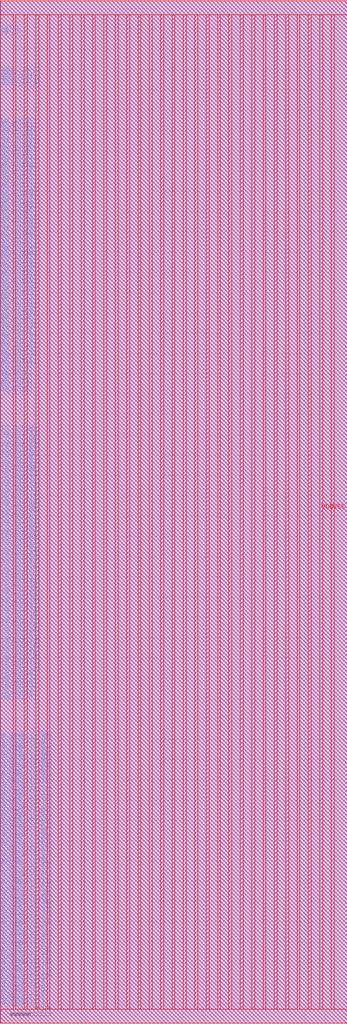
<source format=lef>
VERSION 5.7 ;
BUSBITCHARS "[]" ;
MACRO fakeram45_64x96
  FOREIGN fakeram45_64x96 0 0 ;
  SYMMETRY X Y R90 ;
  SIZE 34.200 BY 100.800 ;
  CLASS BLOCK ;
  PIN w_mask_in[0]
    DIRECTION INPUT ;
    USE SIGNAL ;
    SHAPE ABUTMENT ;
    PORT
      LAYER metal3 ;
      RECT 0.000 1.365 0.070 1.435 ;
    END
  END w_mask_in[0]
  PIN w_mask_in[1]
    DIRECTION INPUT ;
    USE SIGNAL ;
    SHAPE ABUTMENT ;
    PORT
      LAYER metal3 ;
      RECT 0.000 1.645 0.070 1.715 ;
    END
  END w_mask_in[1]
  PIN w_mask_in[2]
    DIRECTION INPUT ;
    USE SIGNAL ;
    SHAPE ABUTMENT ;
    PORT
      LAYER metal3 ;
      RECT 0.000 1.925 0.070 1.995 ;
    END
  END w_mask_in[2]
  PIN w_mask_in[3]
    DIRECTION INPUT ;
    USE SIGNAL ;
    SHAPE ABUTMENT ;
    PORT
      LAYER metal3 ;
      RECT 0.000 2.205 0.070 2.275 ;
    END
  END w_mask_in[3]
  PIN w_mask_in[4]
    DIRECTION INPUT ;
    USE SIGNAL ;
    SHAPE ABUTMENT ;
    PORT
      LAYER metal3 ;
      RECT 0.000 2.485 0.070 2.555 ;
    END
  END w_mask_in[4]
  PIN w_mask_in[5]
    DIRECTION INPUT ;
    USE SIGNAL ;
    SHAPE ABUTMENT ;
    PORT
      LAYER metal3 ;
      RECT 0.000 2.765 0.070 2.835 ;
    END
  END w_mask_in[5]
  PIN w_mask_in[6]
    DIRECTION INPUT ;
    USE SIGNAL ;
    SHAPE ABUTMENT ;
    PORT
      LAYER metal3 ;
      RECT 0.000 3.045 0.070 3.115 ;
    END
  END w_mask_in[6]
  PIN w_mask_in[7]
    DIRECTION INPUT ;
    USE SIGNAL ;
    SHAPE ABUTMENT ;
    PORT
      LAYER metal3 ;
      RECT 0.000 3.325 0.070 3.395 ;
    END
  END w_mask_in[7]
  PIN w_mask_in[8]
    DIRECTION INPUT ;
    USE SIGNAL ;
    SHAPE ABUTMENT ;
    PORT
      LAYER metal3 ;
      RECT 0.000 3.605 0.070 3.675 ;
    END
  END w_mask_in[8]
  PIN w_mask_in[9]
    DIRECTION INPUT ;
    USE SIGNAL ;
    SHAPE ABUTMENT ;
    PORT
      LAYER metal3 ;
      RECT 0.000 3.885 0.070 3.955 ;
    END
  END w_mask_in[9]
  PIN w_mask_in[10]
    DIRECTION INPUT ;
    USE SIGNAL ;
    SHAPE ABUTMENT ;
    PORT
      LAYER metal3 ;
      RECT 0.000 4.165 0.070 4.235 ;
    END
  END w_mask_in[10]
  PIN w_mask_in[11]
    DIRECTION INPUT ;
    USE SIGNAL ;
    SHAPE ABUTMENT ;
    PORT
      LAYER metal3 ;
      RECT 0.000 4.445 0.070 4.515 ;
    END
  END w_mask_in[11]
  PIN w_mask_in[12]
    DIRECTION INPUT ;
    USE SIGNAL ;
    SHAPE ABUTMENT ;
    PORT
      LAYER metal3 ;
      RECT 0.000 4.725 0.070 4.795 ;
    END
  END w_mask_in[12]
  PIN w_mask_in[13]
    DIRECTION INPUT ;
    USE SIGNAL ;
    SHAPE ABUTMENT ;
    PORT
      LAYER metal3 ;
      RECT 0.000 5.005 0.070 5.075 ;
    END
  END w_mask_in[13]
  PIN w_mask_in[14]
    DIRECTION INPUT ;
    USE SIGNAL ;
    SHAPE ABUTMENT ;
    PORT
      LAYER metal3 ;
      RECT 0.000 5.285 0.070 5.355 ;
    END
  END w_mask_in[14]
  PIN w_mask_in[15]
    DIRECTION INPUT ;
    USE SIGNAL ;
    SHAPE ABUTMENT ;
    PORT
      LAYER metal3 ;
      RECT 0.000 5.565 0.070 5.635 ;
    END
  END w_mask_in[15]
  PIN w_mask_in[16]
    DIRECTION INPUT ;
    USE SIGNAL ;
    SHAPE ABUTMENT ;
    PORT
      LAYER metal3 ;
      RECT 0.000 5.845 0.070 5.915 ;
    END
  END w_mask_in[16]
  PIN w_mask_in[17]
    DIRECTION INPUT ;
    USE SIGNAL ;
    SHAPE ABUTMENT ;
    PORT
      LAYER metal3 ;
      RECT 0.000 6.125 0.070 6.195 ;
    END
  END w_mask_in[17]
  PIN w_mask_in[18]
    DIRECTION INPUT ;
    USE SIGNAL ;
    SHAPE ABUTMENT ;
    PORT
      LAYER metal3 ;
      RECT 0.000 6.405 0.070 6.475 ;
    END
  END w_mask_in[18]
  PIN w_mask_in[19]
    DIRECTION INPUT ;
    USE SIGNAL ;
    SHAPE ABUTMENT ;
    PORT
      LAYER metal3 ;
      RECT 0.000 6.685 0.070 6.755 ;
    END
  END w_mask_in[19]
  PIN w_mask_in[20]
    DIRECTION INPUT ;
    USE SIGNAL ;
    SHAPE ABUTMENT ;
    PORT
      LAYER metal3 ;
      RECT 0.000 6.965 0.070 7.035 ;
    END
  END w_mask_in[20]
  PIN w_mask_in[21]
    DIRECTION INPUT ;
    USE SIGNAL ;
    SHAPE ABUTMENT ;
    PORT
      LAYER metal3 ;
      RECT 0.000 7.245 0.070 7.315 ;
    END
  END w_mask_in[21]
  PIN w_mask_in[22]
    DIRECTION INPUT ;
    USE SIGNAL ;
    SHAPE ABUTMENT ;
    PORT
      LAYER metal3 ;
      RECT 0.000 7.525 0.070 7.595 ;
    END
  END w_mask_in[22]
  PIN w_mask_in[23]
    DIRECTION INPUT ;
    USE SIGNAL ;
    SHAPE ABUTMENT ;
    PORT
      LAYER metal3 ;
      RECT 0.000 7.805 0.070 7.875 ;
    END
  END w_mask_in[23]
  PIN w_mask_in[24]
    DIRECTION INPUT ;
    USE SIGNAL ;
    SHAPE ABUTMENT ;
    PORT
      LAYER metal3 ;
      RECT 0.000 8.085 0.070 8.155 ;
    END
  END w_mask_in[24]
  PIN w_mask_in[25]
    DIRECTION INPUT ;
    USE SIGNAL ;
    SHAPE ABUTMENT ;
    PORT
      LAYER metal3 ;
      RECT 0.000 8.365 0.070 8.435 ;
    END
  END w_mask_in[25]
  PIN w_mask_in[26]
    DIRECTION INPUT ;
    USE SIGNAL ;
    SHAPE ABUTMENT ;
    PORT
      LAYER metal3 ;
      RECT 0.000 8.645 0.070 8.715 ;
    END
  END w_mask_in[26]
  PIN w_mask_in[27]
    DIRECTION INPUT ;
    USE SIGNAL ;
    SHAPE ABUTMENT ;
    PORT
      LAYER metal3 ;
      RECT 0.000 8.925 0.070 8.995 ;
    END
  END w_mask_in[27]
  PIN w_mask_in[28]
    DIRECTION INPUT ;
    USE SIGNAL ;
    SHAPE ABUTMENT ;
    PORT
      LAYER metal3 ;
      RECT 0.000 9.205 0.070 9.275 ;
    END
  END w_mask_in[28]
  PIN w_mask_in[29]
    DIRECTION INPUT ;
    USE SIGNAL ;
    SHAPE ABUTMENT ;
    PORT
      LAYER metal3 ;
      RECT 0.000 9.485 0.070 9.555 ;
    END
  END w_mask_in[29]
  PIN w_mask_in[30]
    DIRECTION INPUT ;
    USE SIGNAL ;
    SHAPE ABUTMENT ;
    PORT
      LAYER metal3 ;
      RECT 0.000 9.765 0.070 9.835 ;
    END
  END w_mask_in[30]
  PIN w_mask_in[31]
    DIRECTION INPUT ;
    USE SIGNAL ;
    SHAPE ABUTMENT ;
    PORT
      LAYER metal3 ;
      RECT 0.000 10.045 0.070 10.115 ;
    END
  END w_mask_in[31]
  PIN w_mask_in[32]
    DIRECTION INPUT ;
    USE SIGNAL ;
    SHAPE ABUTMENT ;
    PORT
      LAYER metal3 ;
      RECT 0.000 10.325 0.070 10.395 ;
    END
  END w_mask_in[32]
  PIN w_mask_in[33]
    DIRECTION INPUT ;
    USE SIGNAL ;
    SHAPE ABUTMENT ;
    PORT
      LAYER metal3 ;
      RECT 0.000 10.605 0.070 10.675 ;
    END
  END w_mask_in[33]
  PIN w_mask_in[34]
    DIRECTION INPUT ;
    USE SIGNAL ;
    SHAPE ABUTMENT ;
    PORT
      LAYER metal3 ;
      RECT 0.000 10.885 0.070 10.955 ;
    END
  END w_mask_in[34]
  PIN w_mask_in[35]
    DIRECTION INPUT ;
    USE SIGNAL ;
    SHAPE ABUTMENT ;
    PORT
      LAYER metal3 ;
      RECT 0.000 11.165 0.070 11.235 ;
    END
  END w_mask_in[35]
  PIN w_mask_in[36]
    DIRECTION INPUT ;
    USE SIGNAL ;
    SHAPE ABUTMENT ;
    PORT
      LAYER metal3 ;
      RECT 0.000 11.445 0.070 11.515 ;
    END
  END w_mask_in[36]
  PIN w_mask_in[37]
    DIRECTION INPUT ;
    USE SIGNAL ;
    SHAPE ABUTMENT ;
    PORT
      LAYER metal3 ;
      RECT 0.000 11.725 0.070 11.795 ;
    END
  END w_mask_in[37]
  PIN w_mask_in[38]
    DIRECTION INPUT ;
    USE SIGNAL ;
    SHAPE ABUTMENT ;
    PORT
      LAYER metal3 ;
      RECT 0.000 12.005 0.070 12.075 ;
    END
  END w_mask_in[38]
  PIN w_mask_in[39]
    DIRECTION INPUT ;
    USE SIGNAL ;
    SHAPE ABUTMENT ;
    PORT
      LAYER metal3 ;
      RECT 0.000 12.285 0.070 12.355 ;
    END
  END w_mask_in[39]
  PIN w_mask_in[40]
    DIRECTION INPUT ;
    USE SIGNAL ;
    SHAPE ABUTMENT ;
    PORT
      LAYER metal3 ;
      RECT 0.000 12.565 0.070 12.635 ;
    END
  END w_mask_in[40]
  PIN w_mask_in[41]
    DIRECTION INPUT ;
    USE SIGNAL ;
    SHAPE ABUTMENT ;
    PORT
      LAYER metal3 ;
      RECT 0.000 12.845 0.070 12.915 ;
    END
  END w_mask_in[41]
  PIN w_mask_in[42]
    DIRECTION INPUT ;
    USE SIGNAL ;
    SHAPE ABUTMENT ;
    PORT
      LAYER metal3 ;
      RECT 0.000 13.125 0.070 13.195 ;
    END
  END w_mask_in[42]
  PIN w_mask_in[43]
    DIRECTION INPUT ;
    USE SIGNAL ;
    SHAPE ABUTMENT ;
    PORT
      LAYER metal3 ;
      RECT 0.000 13.405 0.070 13.475 ;
    END
  END w_mask_in[43]
  PIN w_mask_in[44]
    DIRECTION INPUT ;
    USE SIGNAL ;
    SHAPE ABUTMENT ;
    PORT
      LAYER metal3 ;
      RECT 0.000 13.685 0.070 13.755 ;
    END
  END w_mask_in[44]
  PIN w_mask_in[45]
    DIRECTION INPUT ;
    USE SIGNAL ;
    SHAPE ABUTMENT ;
    PORT
      LAYER metal3 ;
      RECT 0.000 13.965 0.070 14.035 ;
    END
  END w_mask_in[45]
  PIN w_mask_in[46]
    DIRECTION INPUT ;
    USE SIGNAL ;
    SHAPE ABUTMENT ;
    PORT
      LAYER metal3 ;
      RECT 0.000 14.245 0.070 14.315 ;
    END
  END w_mask_in[46]
  PIN w_mask_in[47]
    DIRECTION INPUT ;
    USE SIGNAL ;
    SHAPE ABUTMENT ;
    PORT
      LAYER metal3 ;
      RECT 0.000 14.525 0.070 14.595 ;
    END
  END w_mask_in[47]
  PIN w_mask_in[48]
    DIRECTION INPUT ;
    USE SIGNAL ;
    SHAPE ABUTMENT ;
    PORT
      LAYER metal3 ;
      RECT 0.000 14.805 0.070 14.875 ;
    END
  END w_mask_in[48]
  PIN w_mask_in[49]
    DIRECTION INPUT ;
    USE SIGNAL ;
    SHAPE ABUTMENT ;
    PORT
      LAYER metal3 ;
      RECT 0.000 15.085 0.070 15.155 ;
    END
  END w_mask_in[49]
  PIN w_mask_in[50]
    DIRECTION INPUT ;
    USE SIGNAL ;
    SHAPE ABUTMENT ;
    PORT
      LAYER metal3 ;
      RECT 0.000 15.365 0.070 15.435 ;
    END
  END w_mask_in[50]
  PIN w_mask_in[51]
    DIRECTION INPUT ;
    USE SIGNAL ;
    SHAPE ABUTMENT ;
    PORT
      LAYER metal3 ;
      RECT 0.000 15.645 0.070 15.715 ;
    END
  END w_mask_in[51]
  PIN w_mask_in[52]
    DIRECTION INPUT ;
    USE SIGNAL ;
    SHAPE ABUTMENT ;
    PORT
      LAYER metal3 ;
      RECT 0.000 15.925 0.070 15.995 ;
    END
  END w_mask_in[52]
  PIN w_mask_in[53]
    DIRECTION INPUT ;
    USE SIGNAL ;
    SHAPE ABUTMENT ;
    PORT
      LAYER metal3 ;
      RECT 0.000 16.205 0.070 16.275 ;
    END
  END w_mask_in[53]
  PIN w_mask_in[54]
    DIRECTION INPUT ;
    USE SIGNAL ;
    SHAPE ABUTMENT ;
    PORT
      LAYER metal3 ;
      RECT 0.000 16.485 0.070 16.555 ;
    END
  END w_mask_in[54]
  PIN w_mask_in[55]
    DIRECTION INPUT ;
    USE SIGNAL ;
    SHAPE ABUTMENT ;
    PORT
      LAYER metal3 ;
      RECT 0.000 16.765 0.070 16.835 ;
    END
  END w_mask_in[55]
  PIN w_mask_in[56]
    DIRECTION INPUT ;
    USE SIGNAL ;
    SHAPE ABUTMENT ;
    PORT
      LAYER metal3 ;
      RECT 0.000 17.045 0.070 17.115 ;
    END
  END w_mask_in[56]
  PIN w_mask_in[57]
    DIRECTION INPUT ;
    USE SIGNAL ;
    SHAPE ABUTMENT ;
    PORT
      LAYER metal3 ;
      RECT 0.000 17.325 0.070 17.395 ;
    END
  END w_mask_in[57]
  PIN w_mask_in[58]
    DIRECTION INPUT ;
    USE SIGNAL ;
    SHAPE ABUTMENT ;
    PORT
      LAYER metal3 ;
      RECT 0.000 17.605 0.070 17.675 ;
    END
  END w_mask_in[58]
  PIN w_mask_in[59]
    DIRECTION INPUT ;
    USE SIGNAL ;
    SHAPE ABUTMENT ;
    PORT
      LAYER metal3 ;
      RECT 0.000 17.885 0.070 17.955 ;
    END
  END w_mask_in[59]
  PIN w_mask_in[60]
    DIRECTION INPUT ;
    USE SIGNAL ;
    SHAPE ABUTMENT ;
    PORT
      LAYER metal3 ;
      RECT 0.000 18.165 0.070 18.235 ;
    END
  END w_mask_in[60]
  PIN w_mask_in[61]
    DIRECTION INPUT ;
    USE SIGNAL ;
    SHAPE ABUTMENT ;
    PORT
      LAYER metal3 ;
      RECT 0.000 18.445 0.070 18.515 ;
    END
  END w_mask_in[61]
  PIN w_mask_in[62]
    DIRECTION INPUT ;
    USE SIGNAL ;
    SHAPE ABUTMENT ;
    PORT
      LAYER metal3 ;
      RECT 0.000 18.725 0.070 18.795 ;
    END
  END w_mask_in[62]
  PIN w_mask_in[63]
    DIRECTION INPUT ;
    USE SIGNAL ;
    SHAPE ABUTMENT ;
    PORT
      LAYER metal3 ;
      RECT 0.000 19.005 0.070 19.075 ;
    END
  END w_mask_in[63]
  PIN w_mask_in[64]
    DIRECTION INPUT ;
    USE SIGNAL ;
    SHAPE ABUTMENT ;
    PORT
      LAYER metal3 ;
      RECT 0.000 19.285 0.070 19.355 ;
    END
  END w_mask_in[64]
  PIN w_mask_in[65]
    DIRECTION INPUT ;
    USE SIGNAL ;
    SHAPE ABUTMENT ;
    PORT
      LAYER metal3 ;
      RECT 0.000 19.565 0.070 19.635 ;
    END
  END w_mask_in[65]
  PIN w_mask_in[66]
    DIRECTION INPUT ;
    USE SIGNAL ;
    SHAPE ABUTMENT ;
    PORT
      LAYER metal3 ;
      RECT 0.000 19.845 0.070 19.915 ;
    END
  END w_mask_in[66]
  PIN w_mask_in[67]
    DIRECTION INPUT ;
    USE SIGNAL ;
    SHAPE ABUTMENT ;
    PORT
      LAYER metal3 ;
      RECT 0.000 20.125 0.070 20.195 ;
    END
  END w_mask_in[67]
  PIN w_mask_in[68]
    DIRECTION INPUT ;
    USE SIGNAL ;
    SHAPE ABUTMENT ;
    PORT
      LAYER metal3 ;
      RECT 0.000 20.405 0.070 20.475 ;
    END
  END w_mask_in[68]
  PIN w_mask_in[69]
    DIRECTION INPUT ;
    USE SIGNAL ;
    SHAPE ABUTMENT ;
    PORT
      LAYER metal3 ;
      RECT 0.000 20.685 0.070 20.755 ;
    END
  END w_mask_in[69]
  PIN w_mask_in[70]
    DIRECTION INPUT ;
    USE SIGNAL ;
    SHAPE ABUTMENT ;
    PORT
      LAYER metal3 ;
      RECT 0.000 20.965 0.070 21.035 ;
    END
  END w_mask_in[70]
  PIN w_mask_in[71]
    DIRECTION INPUT ;
    USE SIGNAL ;
    SHAPE ABUTMENT ;
    PORT
      LAYER metal3 ;
      RECT 0.000 21.245 0.070 21.315 ;
    END
  END w_mask_in[71]
  PIN w_mask_in[72]
    DIRECTION INPUT ;
    USE SIGNAL ;
    SHAPE ABUTMENT ;
    PORT
      LAYER metal3 ;
      RECT 0.000 21.525 0.070 21.595 ;
    END
  END w_mask_in[72]
  PIN w_mask_in[73]
    DIRECTION INPUT ;
    USE SIGNAL ;
    SHAPE ABUTMENT ;
    PORT
      LAYER metal3 ;
      RECT 0.000 21.805 0.070 21.875 ;
    END
  END w_mask_in[73]
  PIN w_mask_in[74]
    DIRECTION INPUT ;
    USE SIGNAL ;
    SHAPE ABUTMENT ;
    PORT
      LAYER metal3 ;
      RECT 0.000 22.085 0.070 22.155 ;
    END
  END w_mask_in[74]
  PIN w_mask_in[75]
    DIRECTION INPUT ;
    USE SIGNAL ;
    SHAPE ABUTMENT ;
    PORT
      LAYER metal3 ;
      RECT 0.000 22.365 0.070 22.435 ;
    END
  END w_mask_in[75]
  PIN w_mask_in[76]
    DIRECTION INPUT ;
    USE SIGNAL ;
    SHAPE ABUTMENT ;
    PORT
      LAYER metal3 ;
      RECT 0.000 22.645 0.070 22.715 ;
    END
  END w_mask_in[76]
  PIN w_mask_in[77]
    DIRECTION INPUT ;
    USE SIGNAL ;
    SHAPE ABUTMENT ;
    PORT
      LAYER metal3 ;
      RECT 0.000 22.925 0.070 22.995 ;
    END
  END w_mask_in[77]
  PIN w_mask_in[78]
    DIRECTION INPUT ;
    USE SIGNAL ;
    SHAPE ABUTMENT ;
    PORT
      LAYER metal3 ;
      RECT 0.000 23.205 0.070 23.275 ;
    END
  END w_mask_in[78]
  PIN w_mask_in[79]
    DIRECTION INPUT ;
    USE SIGNAL ;
    SHAPE ABUTMENT ;
    PORT
      LAYER metal3 ;
      RECT 0.000 23.485 0.070 23.555 ;
    END
  END w_mask_in[79]
  PIN w_mask_in[80]
    DIRECTION INPUT ;
    USE SIGNAL ;
    SHAPE ABUTMENT ;
    PORT
      LAYER metal3 ;
      RECT 0.000 23.765 0.070 23.835 ;
    END
  END w_mask_in[80]
  PIN w_mask_in[81]
    DIRECTION INPUT ;
    USE SIGNAL ;
    SHAPE ABUTMENT ;
    PORT
      LAYER metal3 ;
      RECT 0.000 24.045 0.070 24.115 ;
    END
  END w_mask_in[81]
  PIN w_mask_in[82]
    DIRECTION INPUT ;
    USE SIGNAL ;
    SHAPE ABUTMENT ;
    PORT
      LAYER metal3 ;
      RECT 0.000 24.325 0.070 24.395 ;
    END
  END w_mask_in[82]
  PIN w_mask_in[83]
    DIRECTION INPUT ;
    USE SIGNAL ;
    SHAPE ABUTMENT ;
    PORT
      LAYER metal3 ;
      RECT 0.000 24.605 0.070 24.675 ;
    END
  END w_mask_in[83]
  PIN w_mask_in[84]
    DIRECTION INPUT ;
    USE SIGNAL ;
    SHAPE ABUTMENT ;
    PORT
      LAYER metal3 ;
      RECT 0.000 24.885 0.070 24.955 ;
    END
  END w_mask_in[84]
  PIN w_mask_in[85]
    DIRECTION INPUT ;
    USE SIGNAL ;
    SHAPE ABUTMENT ;
    PORT
      LAYER metal3 ;
      RECT 0.000 25.165 0.070 25.235 ;
    END
  END w_mask_in[85]
  PIN w_mask_in[86]
    DIRECTION INPUT ;
    USE SIGNAL ;
    SHAPE ABUTMENT ;
    PORT
      LAYER metal3 ;
      RECT 0.000 25.445 0.070 25.515 ;
    END
  END w_mask_in[86]
  PIN w_mask_in[87]
    DIRECTION INPUT ;
    USE SIGNAL ;
    SHAPE ABUTMENT ;
    PORT
      LAYER metal3 ;
      RECT 0.000 25.725 0.070 25.795 ;
    END
  END w_mask_in[87]
  PIN w_mask_in[88]
    DIRECTION INPUT ;
    USE SIGNAL ;
    SHAPE ABUTMENT ;
    PORT
      LAYER metal3 ;
      RECT 0.000 26.005 0.070 26.075 ;
    END
  END w_mask_in[88]
  PIN w_mask_in[89]
    DIRECTION INPUT ;
    USE SIGNAL ;
    SHAPE ABUTMENT ;
    PORT
      LAYER metal3 ;
      RECT 0.000 26.285 0.070 26.355 ;
    END
  END w_mask_in[89]
  PIN w_mask_in[90]
    DIRECTION INPUT ;
    USE SIGNAL ;
    SHAPE ABUTMENT ;
    PORT
      LAYER metal3 ;
      RECT 0.000 26.565 0.070 26.635 ;
    END
  END w_mask_in[90]
  PIN w_mask_in[91]
    DIRECTION INPUT ;
    USE SIGNAL ;
    SHAPE ABUTMENT ;
    PORT
      LAYER metal3 ;
      RECT 0.000 26.845 0.070 26.915 ;
    END
  END w_mask_in[91]
  PIN w_mask_in[92]
    DIRECTION INPUT ;
    USE SIGNAL ;
    SHAPE ABUTMENT ;
    PORT
      LAYER metal3 ;
      RECT 0.000 27.125 0.070 27.195 ;
    END
  END w_mask_in[92]
  PIN w_mask_in[93]
    DIRECTION INPUT ;
    USE SIGNAL ;
    SHAPE ABUTMENT ;
    PORT
      LAYER metal3 ;
      RECT 0.000 27.405 0.070 27.475 ;
    END
  END w_mask_in[93]
  PIN w_mask_in[94]
    DIRECTION INPUT ;
    USE SIGNAL ;
    SHAPE ABUTMENT ;
    PORT
      LAYER metal3 ;
      RECT 0.000 27.685 0.070 27.755 ;
    END
  END w_mask_in[94]
  PIN w_mask_in[95]
    DIRECTION INPUT ;
    USE SIGNAL ;
    SHAPE ABUTMENT ;
    PORT
      LAYER metal3 ;
      RECT 0.000 27.965 0.070 28.035 ;
    END
  END w_mask_in[95]
  PIN rd_out[0]
    DIRECTION OUTPUT ;
    USE SIGNAL ;
    SHAPE ABUTMENT ;
    PORT
      LAYER metal3 ;
      RECT 0.000 31.605 0.070 31.675 ;
    END
  END rd_out[0]
  PIN rd_out[1]
    DIRECTION OUTPUT ;
    USE SIGNAL ;
    SHAPE ABUTMENT ;
    PORT
      LAYER metal3 ;
      RECT 0.000 31.885 0.070 31.955 ;
    END
  END rd_out[1]
  PIN rd_out[2]
    DIRECTION OUTPUT ;
    USE SIGNAL ;
    SHAPE ABUTMENT ;
    PORT
      LAYER metal3 ;
      RECT 0.000 32.165 0.070 32.235 ;
    END
  END rd_out[2]
  PIN rd_out[3]
    DIRECTION OUTPUT ;
    USE SIGNAL ;
    SHAPE ABUTMENT ;
    PORT
      LAYER metal3 ;
      RECT 0.000 32.445 0.070 32.515 ;
    END
  END rd_out[3]
  PIN rd_out[4]
    DIRECTION OUTPUT ;
    USE SIGNAL ;
    SHAPE ABUTMENT ;
    PORT
      LAYER metal3 ;
      RECT 0.000 32.725 0.070 32.795 ;
    END
  END rd_out[4]
  PIN rd_out[5]
    DIRECTION OUTPUT ;
    USE SIGNAL ;
    SHAPE ABUTMENT ;
    PORT
      LAYER metal3 ;
      RECT 0.000 33.005 0.070 33.075 ;
    END
  END rd_out[5]
  PIN rd_out[6]
    DIRECTION OUTPUT ;
    USE SIGNAL ;
    SHAPE ABUTMENT ;
    PORT
      LAYER metal3 ;
      RECT 0.000 33.285 0.070 33.355 ;
    END
  END rd_out[6]
  PIN rd_out[7]
    DIRECTION OUTPUT ;
    USE SIGNAL ;
    SHAPE ABUTMENT ;
    PORT
      LAYER metal3 ;
      RECT 0.000 33.565 0.070 33.635 ;
    END
  END rd_out[7]
  PIN rd_out[8]
    DIRECTION OUTPUT ;
    USE SIGNAL ;
    SHAPE ABUTMENT ;
    PORT
      LAYER metal3 ;
      RECT 0.000 33.845 0.070 33.915 ;
    END
  END rd_out[8]
  PIN rd_out[9]
    DIRECTION OUTPUT ;
    USE SIGNAL ;
    SHAPE ABUTMENT ;
    PORT
      LAYER metal3 ;
      RECT 0.000 34.125 0.070 34.195 ;
    END
  END rd_out[9]
  PIN rd_out[10]
    DIRECTION OUTPUT ;
    USE SIGNAL ;
    SHAPE ABUTMENT ;
    PORT
      LAYER metal3 ;
      RECT 0.000 34.405 0.070 34.475 ;
    END
  END rd_out[10]
  PIN rd_out[11]
    DIRECTION OUTPUT ;
    USE SIGNAL ;
    SHAPE ABUTMENT ;
    PORT
      LAYER metal3 ;
      RECT 0.000 34.685 0.070 34.755 ;
    END
  END rd_out[11]
  PIN rd_out[12]
    DIRECTION OUTPUT ;
    USE SIGNAL ;
    SHAPE ABUTMENT ;
    PORT
      LAYER metal3 ;
      RECT 0.000 34.965 0.070 35.035 ;
    END
  END rd_out[12]
  PIN rd_out[13]
    DIRECTION OUTPUT ;
    USE SIGNAL ;
    SHAPE ABUTMENT ;
    PORT
      LAYER metal3 ;
      RECT 0.000 35.245 0.070 35.315 ;
    END
  END rd_out[13]
  PIN rd_out[14]
    DIRECTION OUTPUT ;
    USE SIGNAL ;
    SHAPE ABUTMENT ;
    PORT
      LAYER metal3 ;
      RECT 0.000 35.525 0.070 35.595 ;
    END
  END rd_out[14]
  PIN rd_out[15]
    DIRECTION OUTPUT ;
    USE SIGNAL ;
    SHAPE ABUTMENT ;
    PORT
      LAYER metal3 ;
      RECT 0.000 35.805 0.070 35.875 ;
    END
  END rd_out[15]
  PIN rd_out[16]
    DIRECTION OUTPUT ;
    USE SIGNAL ;
    SHAPE ABUTMENT ;
    PORT
      LAYER metal3 ;
      RECT 0.000 36.085 0.070 36.155 ;
    END
  END rd_out[16]
  PIN rd_out[17]
    DIRECTION OUTPUT ;
    USE SIGNAL ;
    SHAPE ABUTMENT ;
    PORT
      LAYER metal3 ;
      RECT 0.000 36.365 0.070 36.435 ;
    END
  END rd_out[17]
  PIN rd_out[18]
    DIRECTION OUTPUT ;
    USE SIGNAL ;
    SHAPE ABUTMENT ;
    PORT
      LAYER metal3 ;
      RECT 0.000 36.645 0.070 36.715 ;
    END
  END rd_out[18]
  PIN rd_out[19]
    DIRECTION OUTPUT ;
    USE SIGNAL ;
    SHAPE ABUTMENT ;
    PORT
      LAYER metal3 ;
      RECT 0.000 36.925 0.070 36.995 ;
    END
  END rd_out[19]
  PIN rd_out[20]
    DIRECTION OUTPUT ;
    USE SIGNAL ;
    SHAPE ABUTMENT ;
    PORT
      LAYER metal3 ;
      RECT 0.000 37.205 0.070 37.275 ;
    END
  END rd_out[20]
  PIN rd_out[21]
    DIRECTION OUTPUT ;
    USE SIGNAL ;
    SHAPE ABUTMENT ;
    PORT
      LAYER metal3 ;
      RECT 0.000 37.485 0.070 37.555 ;
    END
  END rd_out[21]
  PIN rd_out[22]
    DIRECTION OUTPUT ;
    USE SIGNAL ;
    SHAPE ABUTMENT ;
    PORT
      LAYER metal3 ;
      RECT 0.000 37.765 0.070 37.835 ;
    END
  END rd_out[22]
  PIN rd_out[23]
    DIRECTION OUTPUT ;
    USE SIGNAL ;
    SHAPE ABUTMENT ;
    PORT
      LAYER metal3 ;
      RECT 0.000 38.045 0.070 38.115 ;
    END
  END rd_out[23]
  PIN rd_out[24]
    DIRECTION OUTPUT ;
    USE SIGNAL ;
    SHAPE ABUTMENT ;
    PORT
      LAYER metal3 ;
      RECT 0.000 38.325 0.070 38.395 ;
    END
  END rd_out[24]
  PIN rd_out[25]
    DIRECTION OUTPUT ;
    USE SIGNAL ;
    SHAPE ABUTMENT ;
    PORT
      LAYER metal3 ;
      RECT 0.000 38.605 0.070 38.675 ;
    END
  END rd_out[25]
  PIN rd_out[26]
    DIRECTION OUTPUT ;
    USE SIGNAL ;
    SHAPE ABUTMENT ;
    PORT
      LAYER metal3 ;
      RECT 0.000 38.885 0.070 38.955 ;
    END
  END rd_out[26]
  PIN rd_out[27]
    DIRECTION OUTPUT ;
    USE SIGNAL ;
    SHAPE ABUTMENT ;
    PORT
      LAYER metal3 ;
      RECT 0.000 39.165 0.070 39.235 ;
    END
  END rd_out[27]
  PIN rd_out[28]
    DIRECTION OUTPUT ;
    USE SIGNAL ;
    SHAPE ABUTMENT ;
    PORT
      LAYER metal3 ;
      RECT 0.000 39.445 0.070 39.515 ;
    END
  END rd_out[28]
  PIN rd_out[29]
    DIRECTION OUTPUT ;
    USE SIGNAL ;
    SHAPE ABUTMENT ;
    PORT
      LAYER metal3 ;
      RECT 0.000 39.725 0.070 39.795 ;
    END
  END rd_out[29]
  PIN rd_out[30]
    DIRECTION OUTPUT ;
    USE SIGNAL ;
    SHAPE ABUTMENT ;
    PORT
      LAYER metal3 ;
      RECT 0.000 40.005 0.070 40.075 ;
    END
  END rd_out[30]
  PIN rd_out[31]
    DIRECTION OUTPUT ;
    USE SIGNAL ;
    SHAPE ABUTMENT ;
    PORT
      LAYER metal3 ;
      RECT 0.000 40.285 0.070 40.355 ;
    END
  END rd_out[31]
  PIN rd_out[32]
    DIRECTION OUTPUT ;
    USE SIGNAL ;
    SHAPE ABUTMENT ;
    PORT
      LAYER metal3 ;
      RECT 0.000 40.565 0.070 40.635 ;
    END
  END rd_out[32]
  PIN rd_out[33]
    DIRECTION OUTPUT ;
    USE SIGNAL ;
    SHAPE ABUTMENT ;
    PORT
      LAYER metal3 ;
      RECT 0.000 40.845 0.070 40.915 ;
    END
  END rd_out[33]
  PIN rd_out[34]
    DIRECTION OUTPUT ;
    USE SIGNAL ;
    SHAPE ABUTMENT ;
    PORT
      LAYER metal3 ;
      RECT 0.000 41.125 0.070 41.195 ;
    END
  END rd_out[34]
  PIN rd_out[35]
    DIRECTION OUTPUT ;
    USE SIGNAL ;
    SHAPE ABUTMENT ;
    PORT
      LAYER metal3 ;
      RECT 0.000 41.405 0.070 41.475 ;
    END
  END rd_out[35]
  PIN rd_out[36]
    DIRECTION OUTPUT ;
    USE SIGNAL ;
    SHAPE ABUTMENT ;
    PORT
      LAYER metal3 ;
      RECT 0.000 41.685 0.070 41.755 ;
    END
  END rd_out[36]
  PIN rd_out[37]
    DIRECTION OUTPUT ;
    USE SIGNAL ;
    SHAPE ABUTMENT ;
    PORT
      LAYER metal3 ;
      RECT 0.000 41.965 0.070 42.035 ;
    END
  END rd_out[37]
  PIN rd_out[38]
    DIRECTION OUTPUT ;
    USE SIGNAL ;
    SHAPE ABUTMENT ;
    PORT
      LAYER metal3 ;
      RECT 0.000 42.245 0.070 42.315 ;
    END
  END rd_out[38]
  PIN rd_out[39]
    DIRECTION OUTPUT ;
    USE SIGNAL ;
    SHAPE ABUTMENT ;
    PORT
      LAYER metal3 ;
      RECT 0.000 42.525 0.070 42.595 ;
    END
  END rd_out[39]
  PIN rd_out[40]
    DIRECTION OUTPUT ;
    USE SIGNAL ;
    SHAPE ABUTMENT ;
    PORT
      LAYER metal3 ;
      RECT 0.000 42.805 0.070 42.875 ;
    END
  END rd_out[40]
  PIN rd_out[41]
    DIRECTION OUTPUT ;
    USE SIGNAL ;
    SHAPE ABUTMENT ;
    PORT
      LAYER metal3 ;
      RECT 0.000 43.085 0.070 43.155 ;
    END
  END rd_out[41]
  PIN rd_out[42]
    DIRECTION OUTPUT ;
    USE SIGNAL ;
    SHAPE ABUTMENT ;
    PORT
      LAYER metal3 ;
      RECT 0.000 43.365 0.070 43.435 ;
    END
  END rd_out[42]
  PIN rd_out[43]
    DIRECTION OUTPUT ;
    USE SIGNAL ;
    SHAPE ABUTMENT ;
    PORT
      LAYER metal3 ;
      RECT 0.000 43.645 0.070 43.715 ;
    END
  END rd_out[43]
  PIN rd_out[44]
    DIRECTION OUTPUT ;
    USE SIGNAL ;
    SHAPE ABUTMENT ;
    PORT
      LAYER metal3 ;
      RECT 0.000 43.925 0.070 43.995 ;
    END
  END rd_out[44]
  PIN rd_out[45]
    DIRECTION OUTPUT ;
    USE SIGNAL ;
    SHAPE ABUTMENT ;
    PORT
      LAYER metal3 ;
      RECT 0.000 44.205 0.070 44.275 ;
    END
  END rd_out[45]
  PIN rd_out[46]
    DIRECTION OUTPUT ;
    USE SIGNAL ;
    SHAPE ABUTMENT ;
    PORT
      LAYER metal3 ;
      RECT 0.000 44.485 0.070 44.555 ;
    END
  END rd_out[46]
  PIN rd_out[47]
    DIRECTION OUTPUT ;
    USE SIGNAL ;
    SHAPE ABUTMENT ;
    PORT
      LAYER metal3 ;
      RECT 0.000 44.765 0.070 44.835 ;
    END
  END rd_out[47]
  PIN rd_out[48]
    DIRECTION OUTPUT ;
    USE SIGNAL ;
    SHAPE ABUTMENT ;
    PORT
      LAYER metal3 ;
      RECT 0.000 45.045 0.070 45.115 ;
    END
  END rd_out[48]
  PIN rd_out[49]
    DIRECTION OUTPUT ;
    USE SIGNAL ;
    SHAPE ABUTMENT ;
    PORT
      LAYER metal3 ;
      RECT 0.000 45.325 0.070 45.395 ;
    END
  END rd_out[49]
  PIN rd_out[50]
    DIRECTION OUTPUT ;
    USE SIGNAL ;
    SHAPE ABUTMENT ;
    PORT
      LAYER metal3 ;
      RECT 0.000 45.605 0.070 45.675 ;
    END
  END rd_out[50]
  PIN rd_out[51]
    DIRECTION OUTPUT ;
    USE SIGNAL ;
    SHAPE ABUTMENT ;
    PORT
      LAYER metal3 ;
      RECT 0.000 45.885 0.070 45.955 ;
    END
  END rd_out[51]
  PIN rd_out[52]
    DIRECTION OUTPUT ;
    USE SIGNAL ;
    SHAPE ABUTMENT ;
    PORT
      LAYER metal3 ;
      RECT 0.000 46.165 0.070 46.235 ;
    END
  END rd_out[52]
  PIN rd_out[53]
    DIRECTION OUTPUT ;
    USE SIGNAL ;
    SHAPE ABUTMENT ;
    PORT
      LAYER metal3 ;
      RECT 0.000 46.445 0.070 46.515 ;
    END
  END rd_out[53]
  PIN rd_out[54]
    DIRECTION OUTPUT ;
    USE SIGNAL ;
    SHAPE ABUTMENT ;
    PORT
      LAYER metal3 ;
      RECT 0.000 46.725 0.070 46.795 ;
    END
  END rd_out[54]
  PIN rd_out[55]
    DIRECTION OUTPUT ;
    USE SIGNAL ;
    SHAPE ABUTMENT ;
    PORT
      LAYER metal3 ;
      RECT 0.000 47.005 0.070 47.075 ;
    END
  END rd_out[55]
  PIN rd_out[56]
    DIRECTION OUTPUT ;
    USE SIGNAL ;
    SHAPE ABUTMENT ;
    PORT
      LAYER metal3 ;
      RECT 0.000 47.285 0.070 47.355 ;
    END
  END rd_out[56]
  PIN rd_out[57]
    DIRECTION OUTPUT ;
    USE SIGNAL ;
    SHAPE ABUTMENT ;
    PORT
      LAYER metal3 ;
      RECT 0.000 47.565 0.070 47.635 ;
    END
  END rd_out[57]
  PIN rd_out[58]
    DIRECTION OUTPUT ;
    USE SIGNAL ;
    SHAPE ABUTMENT ;
    PORT
      LAYER metal3 ;
      RECT 0.000 47.845 0.070 47.915 ;
    END
  END rd_out[58]
  PIN rd_out[59]
    DIRECTION OUTPUT ;
    USE SIGNAL ;
    SHAPE ABUTMENT ;
    PORT
      LAYER metal3 ;
      RECT 0.000 48.125 0.070 48.195 ;
    END
  END rd_out[59]
  PIN rd_out[60]
    DIRECTION OUTPUT ;
    USE SIGNAL ;
    SHAPE ABUTMENT ;
    PORT
      LAYER metal3 ;
      RECT 0.000 48.405 0.070 48.475 ;
    END
  END rd_out[60]
  PIN rd_out[61]
    DIRECTION OUTPUT ;
    USE SIGNAL ;
    SHAPE ABUTMENT ;
    PORT
      LAYER metal3 ;
      RECT 0.000 48.685 0.070 48.755 ;
    END
  END rd_out[61]
  PIN rd_out[62]
    DIRECTION OUTPUT ;
    USE SIGNAL ;
    SHAPE ABUTMENT ;
    PORT
      LAYER metal3 ;
      RECT 0.000 48.965 0.070 49.035 ;
    END
  END rd_out[62]
  PIN rd_out[63]
    DIRECTION OUTPUT ;
    USE SIGNAL ;
    SHAPE ABUTMENT ;
    PORT
      LAYER metal3 ;
      RECT 0.000 49.245 0.070 49.315 ;
    END
  END rd_out[63]
  PIN rd_out[64]
    DIRECTION OUTPUT ;
    USE SIGNAL ;
    SHAPE ABUTMENT ;
    PORT
      LAYER metal3 ;
      RECT 0.000 49.525 0.070 49.595 ;
    END
  END rd_out[64]
  PIN rd_out[65]
    DIRECTION OUTPUT ;
    USE SIGNAL ;
    SHAPE ABUTMENT ;
    PORT
      LAYER metal3 ;
      RECT 0.000 49.805 0.070 49.875 ;
    END
  END rd_out[65]
  PIN rd_out[66]
    DIRECTION OUTPUT ;
    USE SIGNAL ;
    SHAPE ABUTMENT ;
    PORT
      LAYER metal3 ;
      RECT 0.000 50.085 0.070 50.155 ;
    END
  END rd_out[66]
  PIN rd_out[67]
    DIRECTION OUTPUT ;
    USE SIGNAL ;
    SHAPE ABUTMENT ;
    PORT
      LAYER metal3 ;
      RECT 0.000 50.365 0.070 50.435 ;
    END
  END rd_out[67]
  PIN rd_out[68]
    DIRECTION OUTPUT ;
    USE SIGNAL ;
    SHAPE ABUTMENT ;
    PORT
      LAYER metal3 ;
      RECT 0.000 50.645 0.070 50.715 ;
    END
  END rd_out[68]
  PIN rd_out[69]
    DIRECTION OUTPUT ;
    USE SIGNAL ;
    SHAPE ABUTMENT ;
    PORT
      LAYER metal3 ;
      RECT 0.000 50.925 0.070 50.995 ;
    END
  END rd_out[69]
  PIN rd_out[70]
    DIRECTION OUTPUT ;
    USE SIGNAL ;
    SHAPE ABUTMENT ;
    PORT
      LAYER metal3 ;
      RECT 0.000 51.205 0.070 51.275 ;
    END
  END rd_out[70]
  PIN rd_out[71]
    DIRECTION OUTPUT ;
    USE SIGNAL ;
    SHAPE ABUTMENT ;
    PORT
      LAYER metal3 ;
      RECT 0.000 51.485 0.070 51.555 ;
    END
  END rd_out[71]
  PIN rd_out[72]
    DIRECTION OUTPUT ;
    USE SIGNAL ;
    SHAPE ABUTMENT ;
    PORT
      LAYER metal3 ;
      RECT 0.000 51.765 0.070 51.835 ;
    END
  END rd_out[72]
  PIN rd_out[73]
    DIRECTION OUTPUT ;
    USE SIGNAL ;
    SHAPE ABUTMENT ;
    PORT
      LAYER metal3 ;
      RECT 0.000 52.045 0.070 52.115 ;
    END
  END rd_out[73]
  PIN rd_out[74]
    DIRECTION OUTPUT ;
    USE SIGNAL ;
    SHAPE ABUTMENT ;
    PORT
      LAYER metal3 ;
      RECT 0.000 52.325 0.070 52.395 ;
    END
  END rd_out[74]
  PIN rd_out[75]
    DIRECTION OUTPUT ;
    USE SIGNAL ;
    SHAPE ABUTMENT ;
    PORT
      LAYER metal3 ;
      RECT 0.000 52.605 0.070 52.675 ;
    END
  END rd_out[75]
  PIN rd_out[76]
    DIRECTION OUTPUT ;
    USE SIGNAL ;
    SHAPE ABUTMENT ;
    PORT
      LAYER metal3 ;
      RECT 0.000 52.885 0.070 52.955 ;
    END
  END rd_out[76]
  PIN rd_out[77]
    DIRECTION OUTPUT ;
    USE SIGNAL ;
    SHAPE ABUTMENT ;
    PORT
      LAYER metal3 ;
      RECT 0.000 53.165 0.070 53.235 ;
    END
  END rd_out[77]
  PIN rd_out[78]
    DIRECTION OUTPUT ;
    USE SIGNAL ;
    SHAPE ABUTMENT ;
    PORT
      LAYER metal3 ;
      RECT 0.000 53.445 0.070 53.515 ;
    END
  END rd_out[78]
  PIN rd_out[79]
    DIRECTION OUTPUT ;
    USE SIGNAL ;
    SHAPE ABUTMENT ;
    PORT
      LAYER metal3 ;
      RECT 0.000 53.725 0.070 53.795 ;
    END
  END rd_out[79]
  PIN rd_out[80]
    DIRECTION OUTPUT ;
    USE SIGNAL ;
    SHAPE ABUTMENT ;
    PORT
      LAYER metal3 ;
      RECT 0.000 54.005 0.070 54.075 ;
    END
  END rd_out[80]
  PIN rd_out[81]
    DIRECTION OUTPUT ;
    USE SIGNAL ;
    SHAPE ABUTMENT ;
    PORT
      LAYER metal3 ;
      RECT 0.000 54.285 0.070 54.355 ;
    END
  END rd_out[81]
  PIN rd_out[82]
    DIRECTION OUTPUT ;
    USE SIGNAL ;
    SHAPE ABUTMENT ;
    PORT
      LAYER metal3 ;
      RECT 0.000 54.565 0.070 54.635 ;
    END
  END rd_out[82]
  PIN rd_out[83]
    DIRECTION OUTPUT ;
    USE SIGNAL ;
    SHAPE ABUTMENT ;
    PORT
      LAYER metal3 ;
      RECT 0.000 54.845 0.070 54.915 ;
    END
  END rd_out[83]
  PIN rd_out[84]
    DIRECTION OUTPUT ;
    USE SIGNAL ;
    SHAPE ABUTMENT ;
    PORT
      LAYER metal3 ;
      RECT 0.000 55.125 0.070 55.195 ;
    END
  END rd_out[84]
  PIN rd_out[85]
    DIRECTION OUTPUT ;
    USE SIGNAL ;
    SHAPE ABUTMENT ;
    PORT
      LAYER metal3 ;
      RECT 0.000 55.405 0.070 55.475 ;
    END
  END rd_out[85]
  PIN rd_out[86]
    DIRECTION OUTPUT ;
    USE SIGNAL ;
    SHAPE ABUTMENT ;
    PORT
      LAYER metal3 ;
      RECT 0.000 55.685 0.070 55.755 ;
    END
  END rd_out[86]
  PIN rd_out[87]
    DIRECTION OUTPUT ;
    USE SIGNAL ;
    SHAPE ABUTMENT ;
    PORT
      LAYER metal3 ;
      RECT 0.000 55.965 0.070 56.035 ;
    END
  END rd_out[87]
  PIN rd_out[88]
    DIRECTION OUTPUT ;
    USE SIGNAL ;
    SHAPE ABUTMENT ;
    PORT
      LAYER metal3 ;
      RECT 0.000 56.245 0.070 56.315 ;
    END
  END rd_out[88]
  PIN rd_out[89]
    DIRECTION OUTPUT ;
    USE SIGNAL ;
    SHAPE ABUTMENT ;
    PORT
      LAYER metal3 ;
      RECT 0.000 56.525 0.070 56.595 ;
    END
  END rd_out[89]
  PIN rd_out[90]
    DIRECTION OUTPUT ;
    USE SIGNAL ;
    SHAPE ABUTMENT ;
    PORT
      LAYER metal3 ;
      RECT 0.000 56.805 0.070 56.875 ;
    END
  END rd_out[90]
  PIN rd_out[91]
    DIRECTION OUTPUT ;
    USE SIGNAL ;
    SHAPE ABUTMENT ;
    PORT
      LAYER metal3 ;
      RECT 0.000 57.085 0.070 57.155 ;
    END
  END rd_out[91]
  PIN rd_out[92]
    DIRECTION OUTPUT ;
    USE SIGNAL ;
    SHAPE ABUTMENT ;
    PORT
      LAYER metal3 ;
      RECT 0.000 57.365 0.070 57.435 ;
    END
  END rd_out[92]
  PIN rd_out[93]
    DIRECTION OUTPUT ;
    USE SIGNAL ;
    SHAPE ABUTMENT ;
    PORT
      LAYER metal3 ;
      RECT 0.000 57.645 0.070 57.715 ;
    END
  END rd_out[93]
  PIN rd_out[94]
    DIRECTION OUTPUT ;
    USE SIGNAL ;
    SHAPE ABUTMENT ;
    PORT
      LAYER metal3 ;
      RECT 0.000 57.925 0.070 57.995 ;
    END
  END rd_out[94]
  PIN rd_out[95]
    DIRECTION OUTPUT ;
    USE SIGNAL ;
    SHAPE ABUTMENT ;
    PORT
      LAYER metal3 ;
      RECT 0.000 58.205 0.070 58.275 ;
    END
  END rd_out[95]
  PIN wd_in[0]
    DIRECTION INPUT ;
    USE SIGNAL ;
    SHAPE ABUTMENT ;
    PORT
      LAYER metal3 ;
      RECT 0.000 61.845 0.070 61.915 ;
    END
  END wd_in[0]
  PIN wd_in[1]
    DIRECTION INPUT ;
    USE SIGNAL ;
    SHAPE ABUTMENT ;
    PORT
      LAYER metal3 ;
      RECT 0.000 62.125 0.070 62.195 ;
    END
  END wd_in[1]
  PIN wd_in[2]
    DIRECTION INPUT ;
    USE SIGNAL ;
    SHAPE ABUTMENT ;
    PORT
      LAYER metal3 ;
      RECT 0.000 62.405 0.070 62.475 ;
    END
  END wd_in[2]
  PIN wd_in[3]
    DIRECTION INPUT ;
    USE SIGNAL ;
    SHAPE ABUTMENT ;
    PORT
      LAYER metal3 ;
      RECT 0.000 62.685 0.070 62.755 ;
    END
  END wd_in[3]
  PIN wd_in[4]
    DIRECTION INPUT ;
    USE SIGNAL ;
    SHAPE ABUTMENT ;
    PORT
      LAYER metal3 ;
      RECT 0.000 62.965 0.070 63.035 ;
    END
  END wd_in[4]
  PIN wd_in[5]
    DIRECTION INPUT ;
    USE SIGNAL ;
    SHAPE ABUTMENT ;
    PORT
      LAYER metal3 ;
      RECT 0.000 63.245 0.070 63.315 ;
    END
  END wd_in[5]
  PIN wd_in[6]
    DIRECTION INPUT ;
    USE SIGNAL ;
    SHAPE ABUTMENT ;
    PORT
      LAYER metal3 ;
      RECT 0.000 63.525 0.070 63.595 ;
    END
  END wd_in[6]
  PIN wd_in[7]
    DIRECTION INPUT ;
    USE SIGNAL ;
    SHAPE ABUTMENT ;
    PORT
      LAYER metal3 ;
      RECT 0.000 63.805 0.070 63.875 ;
    END
  END wd_in[7]
  PIN wd_in[8]
    DIRECTION INPUT ;
    USE SIGNAL ;
    SHAPE ABUTMENT ;
    PORT
      LAYER metal3 ;
      RECT 0.000 64.085 0.070 64.155 ;
    END
  END wd_in[8]
  PIN wd_in[9]
    DIRECTION INPUT ;
    USE SIGNAL ;
    SHAPE ABUTMENT ;
    PORT
      LAYER metal3 ;
      RECT 0.000 64.365 0.070 64.435 ;
    END
  END wd_in[9]
  PIN wd_in[10]
    DIRECTION INPUT ;
    USE SIGNAL ;
    SHAPE ABUTMENT ;
    PORT
      LAYER metal3 ;
      RECT 0.000 64.645 0.070 64.715 ;
    END
  END wd_in[10]
  PIN wd_in[11]
    DIRECTION INPUT ;
    USE SIGNAL ;
    SHAPE ABUTMENT ;
    PORT
      LAYER metal3 ;
      RECT 0.000 64.925 0.070 64.995 ;
    END
  END wd_in[11]
  PIN wd_in[12]
    DIRECTION INPUT ;
    USE SIGNAL ;
    SHAPE ABUTMENT ;
    PORT
      LAYER metal3 ;
      RECT 0.000 65.205 0.070 65.275 ;
    END
  END wd_in[12]
  PIN wd_in[13]
    DIRECTION INPUT ;
    USE SIGNAL ;
    SHAPE ABUTMENT ;
    PORT
      LAYER metal3 ;
      RECT 0.000 65.485 0.070 65.555 ;
    END
  END wd_in[13]
  PIN wd_in[14]
    DIRECTION INPUT ;
    USE SIGNAL ;
    SHAPE ABUTMENT ;
    PORT
      LAYER metal3 ;
      RECT 0.000 65.765 0.070 65.835 ;
    END
  END wd_in[14]
  PIN wd_in[15]
    DIRECTION INPUT ;
    USE SIGNAL ;
    SHAPE ABUTMENT ;
    PORT
      LAYER metal3 ;
      RECT 0.000 66.045 0.070 66.115 ;
    END
  END wd_in[15]
  PIN wd_in[16]
    DIRECTION INPUT ;
    USE SIGNAL ;
    SHAPE ABUTMENT ;
    PORT
      LAYER metal3 ;
      RECT 0.000 66.325 0.070 66.395 ;
    END
  END wd_in[16]
  PIN wd_in[17]
    DIRECTION INPUT ;
    USE SIGNAL ;
    SHAPE ABUTMENT ;
    PORT
      LAYER metal3 ;
      RECT 0.000 66.605 0.070 66.675 ;
    END
  END wd_in[17]
  PIN wd_in[18]
    DIRECTION INPUT ;
    USE SIGNAL ;
    SHAPE ABUTMENT ;
    PORT
      LAYER metal3 ;
      RECT 0.000 66.885 0.070 66.955 ;
    END
  END wd_in[18]
  PIN wd_in[19]
    DIRECTION INPUT ;
    USE SIGNAL ;
    SHAPE ABUTMENT ;
    PORT
      LAYER metal3 ;
      RECT 0.000 67.165 0.070 67.235 ;
    END
  END wd_in[19]
  PIN wd_in[20]
    DIRECTION INPUT ;
    USE SIGNAL ;
    SHAPE ABUTMENT ;
    PORT
      LAYER metal3 ;
      RECT 0.000 67.445 0.070 67.515 ;
    END
  END wd_in[20]
  PIN wd_in[21]
    DIRECTION INPUT ;
    USE SIGNAL ;
    SHAPE ABUTMENT ;
    PORT
      LAYER metal3 ;
      RECT 0.000 67.725 0.070 67.795 ;
    END
  END wd_in[21]
  PIN wd_in[22]
    DIRECTION INPUT ;
    USE SIGNAL ;
    SHAPE ABUTMENT ;
    PORT
      LAYER metal3 ;
      RECT 0.000 68.005 0.070 68.075 ;
    END
  END wd_in[22]
  PIN wd_in[23]
    DIRECTION INPUT ;
    USE SIGNAL ;
    SHAPE ABUTMENT ;
    PORT
      LAYER metal3 ;
      RECT 0.000 68.285 0.070 68.355 ;
    END
  END wd_in[23]
  PIN wd_in[24]
    DIRECTION INPUT ;
    USE SIGNAL ;
    SHAPE ABUTMENT ;
    PORT
      LAYER metal3 ;
      RECT 0.000 68.565 0.070 68.635 ;
    END
  END wd_in[24]
  PIN wd_in[25]
    DIRECTION INPUT ;
    USE SIGNAL ;
    SHAPE ABUTMENT ;
    PORT
      LAYER metal3 ;
      RECT 0.000 68.845 0.070 68.915 ;
    END
  END wd_in[25]
  PIN wd_in[26]
    DIRECTION INPUT ;
    USE SIGNAL ;
    SHAPE ABUTMENT ;
    PORT
      LAYER metal3 ;
      RECT 0.000 69.125 0.070 69.195 ;
    END
  END wd_in[26]
  PIN wd_in[27]
    DIRECTION INPUT ;
    USE SIGNAL ;
    SHAPE ABUTMENT ;
    PORT
      LAYER metal3 ;
      RECT 0.000 69.405 0.070 69.475 ;
    END
  END wd_in[27]
  PIN wd_in[28]
    DIRECTION INPUT ;
    USE SIGNAL ;
    SHAPE ABUTMENT ;
    PORT
      LAYER metal3 ;
      RECT 0.000 69.685 0.070 69.755 ;
    END
  END wd_in[28]
  PIN wd_in[29]
    DIRECTION INPUT ;
    USE SIGNAL ;
    SHAPE ABUTMENT ;
    PORT
      LAYER metal3 ;
      RECT 0.000 69.965 0.070 70.035 ;
    END
  END wd_in[29]
  PIN wd_in[30]
    DIRECTION INPUT ;
    USE SIGNAL ;
    SHAPE ABUTMENT ;
    PORT
      LAYER metal3 ;
      RECT 0.000 70.245 0.070 70.315 ;
    END
  END wd_in[30]
  PIN wd_in[31]
    DIRECTION INPUT ;
    USE SIGNAL ;
    SHAPE ABUTMENT ;
    PORT
      LAYER metal3 ;
      RECT 0.000 70.525 0.070 70.595 ;
    END
  END wd_in[31]
  PIN wd_in[32]
    DIRECTION INPUT ;
    USE SIGNAL ;
    SHAPE ABUTMENT ;
    PORT
      LAYER metal3 ;
      RECT 0.000 70.805 0.070 70.875 ;
    END
  END wd_in[32]
  PIN wd_in[33]
    DIRECTION INPUT ;
    USE SIGNAL ;
    SHAPE ABUTMENT ;
    PORT
      LAYER metal3 ;
      RECT 0.000 71.085 0.070 71.155 ;
    END
  END wd_in[33]
  PIN wd_in[34]
    DIRECTION INPUT ;
    USE SIGNAL ;
    SHAPE ABUTMENT ;
    PORT
      LAYER metal3 ;
      RECT 0.000 71.365 0.070 71.435 ;
    END
  END wd_in[34]
  PIN wd_in[35]
    DIRECTION INPUT ;
    USE SIGNAL ;
    SHAPE ABUTMENT ;
    PORT
      LAYER metal3 ;
      RECT 0.000 71.645 0.070 71.715 ;
    END
  END wd_in[35]
  PIN wd_in[36]
    DIRECTION INPUT ;
    USE SIGNAL ;
    SHAPE ABUTMENT ;
    PORT
      LAYER metal3 ;
      RECT 0.000 71.925 0.070 71.995 ;
    END
  END wd_in[36]
  PIN wd_in[37]
    DIRECTION INPUT ;
    USE SIGNAL ;
    SHAPE ABUTMENT ;
    PORT
      LAYER metal3 ;
      RECT 0.000 72.205 0.070 72.275 ;
    END
  END wd_in[37]
  PIN wd_in[38]
    DIRECTION INPUT ;
    USE SIGNAL ;
    SHAPE ABUTMENT ;
    PORT
      LAYER metal3 ;
      RECT 0.000 72.485 0.070 72.555 ;
    END
  END wd_in[38]
  PIN wd_in[39]
    DIRECTION INPUT ;
    USE SIGNAL ;
    SHAPE ABUTMENT ;
    PORT
      LAYER metal3 ;
      RECT 0.000 72.765 0.070 72.835 ;
    END
  END wd_in[39]
  PIN wd_in[40]
    DIRECTION INPUT ;
    USE SIGNAL ;
    SHAPE ABUTMENT ;
    PORT
      LAYER metal3 ;
      RECT 0.000 73.045 0.070 73.115 ;
    END
  END wd_in[40]
  PIN wd_in[41]
    DIRECTION INPUT ;
    USE SIGNAL ;
    SHAPE ABUTMENT ;
    PORT
      LAYER metal3 ;
      RECT 0.000 73.325 0.070 73.395 ;
    END
  END wd_in[41]
  PIN wd_in[42]
    DIRECTION INPUT ;
    USE SIGNAL ;
    SHAPE ABUTMENT ;
    PORT
      LAYER metal3 ;
      RECT 0.000 73.605 0.070 73.675 ;
    END
  END wd_in[42]
  PIN wd_in[43]
    DIRECTION INPUT ;
    USE SIGNAL ;
    SHAPE ABUTMENT ;
    PORT
      LAYER metal3 ;
      RECT 0.000 73.885 0.070 73.955 ;
    END
  END wd_in[43]
  PIN wd_in[44]
    DIRECTION INPUT ;
    USE SIGNAL ;
    SHAPE ABUTMENT ;
    PORT
      LAYER metal3 ;
      RECT 0.000 74.165 0.070 74.235 ;
    END
  END wd_in[44]
  PIN wd_in[45]
    DIRECTION INPUT ;
    USE SIGNAL ;
    SHAPE ABUTMENT ;
    PORT
      LAYER metal3 ;
      RECT 0.000 74.445 0.070 74.515 ;
    END
  END wd_in[45]
  PIN wd_in[46]
    DIRECTION INPUT ;
    USE SIGNAL ;
    SHAPE ABUTMENT ;
    PORT
      LAYER metal3 ;
      RECT 0.000 74.725 0.070 74.795 ;
    END
  END wd_in[46]
  PIN wd_in[47]
    DIRECTION INPUT ;
    USE SIGNAL ;
    SHAPE ABUTMENT ;
    PORT
      LAYER metal3 ;
      RECT 0.000 75.005 0.070 75.075 ;
    END
  END wd_in[47]
  PIN wd_in[48]
    DIRECTION INPUT ;
    USE SIGNAL ;
    SHAPE ABUTMENT ;
    PORT
      LAYER metal3 ;
      RECT 0.000 75.285 0.070 75.355 ;
    END
  END wd_in[48]
  PIN wd_in[49]
    DIRECTION INPUT ;
    USE SIGNAL ;
    SHAPE ABUTMENT ;
    PORT
      LAYER metal3 ;
      RECT 0.000 75.565 0.070 75.635 ;
    END
  END wd_in[49]
  PIN wd_in[50]
    DIRECTION INPUT ;
    USE SIGNAL ;
    SHAPE ABUTMENT ;
    PORT
      LAYER metal3 ;
      RECT 0.000 75.845 0.070 75.915 ;
    END
  END wd_in[50]
  PIN wd_in[51]
    DIRECTION INPUT ;
    USE SIGNAL ;
    SHAPE ABUTMENT ;
    PORT
      LAYER metal3 ;
      RECT 0.000 76.125 0.070 76.195 ;
    END
  END wd_in[51]
  PIN wd_in[52]
    DIRECTION INPUT ;
    USE SIGNAL ;
    SHAPE ABUTMENT ;
    PORT
      LAYER metal3 ;
      RECT 0.000 76.405 0.070 76.475 ;
    END
  END wd_in[52]
  PIN wd_in[53]
    DIRECTION INPUT ;
    USE SIGNAL ;
    SHAPE ABUTMENT ;
    PORT
      LAYER metal3 ;
      RECT 0.000 76.685 0.070 76.755 ;
    END
  END wd_in[53]
  PIN wd_in[54]
    DIRECTION INPUT ;
    USE SIGNAL ;
    SHAPE ABUTMENT ;
    PORT
      LAYER metal3 ;
      RECT 0.000 76.965 0.070 77.035 ;
    END
  END wd_in[54]
  PIN wd_in[55]
    DIRECTION INPUT ;
    USE SIGNAL ;
    SHAPE ABUTMENT ;
    PORT
      LAYER metal3 ;
      RECT 0.000 77.245 0.070 77.315 ;
    END
  END wd_in[55]
  PIN wd_in[56]
    DIRECTION INPUT ;
    USE SIGNAL ;
    SHAPE ABUTMENT ;
    PORT
      LAYER metal3 ;
      RECT 0.000 77.525 0.070 77.595 ;
    END
  END wd_in[56]
  PIN wd_in[57]
    DIRECTION INPUT ;
    USE SIGNAL ;
    SHAPE ABUTMENT ;
    PORT
      LAYER metal3 ;
      RECT 0.000 77.805 0.070 77.875 ;
    END
  END wd_in[57]
  PIN wd_in[58]
    DIRECTION INPUT ;
    USE SIGNAL ;
    SHAPE ABUTMENT ;
    PORT
      LAYER metal3 ;
      RECT 0.000 78.085 0.070 78.155 ;
    END
  END wd_in[58]
  PIN wd_in[59]
    DIRECTION INPUT ;
    USE SIGNAL ;
    SHAPE ABUTMENT ;
    PORT
      LAYER metal3 ;
      RECT 0.000 78.365 0.070 78.435 ;
    END
  END wd_in[59]
  PIN wd_in[60]
    DIRECTION INPUT ;
    USE SIGNAL ;
    SHAPE ABUTMENT ;
    PORT
      LAYER metal3 ;
      RECT 0.000 78.645 0.070 78.715 ;
    END
  END wd_in[60]
  PIN wd_in[61]
    DIRECTION INPUT ;
    USE SIGNAL ;
    SHAPE ABUTMENT ;
    PORT
      LAYER metal3 ;
      RECT 0.000 78.925 0.070 78.995 ;
    END
  END wd_in[61]
  PIN wd_in[62]
    DIRECTION INPUT ;
    USE SIGNAL ;
    SHAPE ABUTMENT ;
    PORT
      LAYER metal3 ;
      RECT 0.000 79.205 0.070 79.275 ;
    END
  END wd_in[62]
  PIN wd_in[63]
    DIRECTION INPUT ;
    USE SIGNAL ;
    SHAPE ABUTMENT ;
    PORT
      LAYER metal3 ;
      RECT 0.000 79.485 0.070 79.555 ;
    END
  END wd_in[63]
  PIN wd_in[64]
    DIRECTION INPUT ;
    USE SIGNAL ;
    SHAPE ABUTMENT ;
    PORT
      LAYER metal3 ;
      RECT 0.000 79.765 0.070 79.835 ;
    END
  END wd_in[64]
  PIN wd_in[65]
    DIRECTION INPUT ;
    USE SIGNAL ;
    SHAPE ABUTMENT ;
    PORT
      LAYER metal3 ;
      RECT 0.000 80.045 0.070 80.115 ;
    END
  END wd_in[65]
  PIN wd_in[66]
    DIRECTION INPUT ;
    USE SIGNAL ;
    SHAPE ABUTMENT ;
    PORT
      LAYER metal3 ;
      RECT 0.000 80.325 0.070 80.395 ;
    END
  END wd_in[66]
  PIN wd_in[67]
    DIRECTION INPUT ;
    USE SIGNAL ;
    SHAPE ABUTMENT ;
    PORT
      LAYER metal3 ;
      RECT 0.000 80.605 0.070 80.675 ;
    END
  END wd_in[67]
  PIN wd_in[68]
    DIRECTION INPUT ;
    USE SIGNAL ;
    SHAPE ABUTMENT ;
    PORT
      LAYER metal3 ;
      RECT 0.000 80.885 0.070 80.955 ;
    END
  END wd_in[68]
  PIN wd_in[69]
    DIRECTION INPUT ;
    USE SIGNAL ;
    SHAPE ABUTMENT ;
    PORT
      LAYER metal3 ;
      RECT 0.000 81.165 0.070 81.235 ;
    END
  END wd_in[69]
  PIN wd_in[70]
    DIRECTION INPUT ;
    USE SIGNAL ;
    SHAPE ABUTMENT ;
    PORT
      LAYER metal3 ;
      RECT 0.000 81.445 0.070 81.515 ;
    END
  END wd_in[70]
  PIN wd_in[71]
    DIRECTION INPUT ;
    USE SIGNAL ;
    SHAPE ABUTMENT ;
    PORT
      LAYER metal3 ;
      RECT 0.000 81.725 0.070 81.795 ;
    END
  END wd_in[71]
  PIN wd_in[72]
    DIRECTION INPUT ;
    USE SIGNAL ;
    SHAPE ABUTMENT ;
    PORT
      LAYER metal3 ;
      RECT 0.000 82.005 0.070 82.075 ;
    END
  END wd_in[72]
  PIN wd_in[73]
    DIRECTION INPUT ;
    USE SIGNAL ;
    SHAPE ABUTMENT ;
    PORT
      LAYER metal3 ;
      RECT 0.000 82.285 0.070 82.355 ;
    END
  END wd_in[73]
  PIN wd_in[74]
    DIRECTION INPUT ;
    USE SIGNAL ;
    SHAPE ABUTMENT ;
    PORT
      LAYER metal3 ;
      RECT 0.000 82.565 0.070 82.635 ;
    END
  END wd_in[74]
  PIN wd_in[75]
    DIRECTION INPUT ;
    USE SIGNAL ;
    SHAPE ABUTMENT ;
    PORT
      LAYER metal3 ;
      RECT 0.000 82.845 0.070 82.915 ;
    END
  END wd_in[75]
  PIN wd_in[76]
    DIRECTION INPUT ;
    USE SIGNAL ;
    SHAPE ABUTMENT ;
    PORT
      LAYER metal3 ;
      RECT 0.000 83.125 0.070 83.195 ;
    END
  END wd_in[76]
  PIN wd_in[77]
    DIRECTION INPUT ;
    USE SIGNAL ;
    SHAPE ABUTMENT ;
    PORT
      LAYER metal3 ;
      RECT 0.000 83.405 0.070 83.475 ;
    END
  END wd_in[77]
  PIN wd_in[78]
    DIRECTION INPUT ;
    USE SIGNAL ;
    SHAPE ABUTMENT ;
    PORT
      LAYER metal3 ;
      RECT 0.000 83.685 0.070 83.755 ;
    END
  END wd_in[78]
  PIN wd_in[79]
    DIRECTION INPUT ;
    USE SIGNAL ;
    SHAPE ABUTMENT ;
    PORT
      LAYER metal3 ;
      RECT 0.000 83.965 0.070 84.035 ;
    END
  END wd_in[79]
  PIN wd_in[80]
    DIRECTION INPUT ;
    USE SIGNAL ;
    SHAPE ABUTMENT ;
    PORT
      LAYER metal3 ;
      RECT 0.000 84.245 0.070 84.315 ;
    END
  END wd_in[80]
  PIN wd_in[81]
    DIRECTION INPUT ;
    USE SIGNAL ;
    SHAPE ABUTMENT ;
    PORT
      LAYER metal3 ;
      RECT 0.000 84.525 0.070 84.595 ;
    END
  END wd_in[81]
  PIN wd_in[82]
    DIRECTION INPUT ;
    USE SIGNAL ;
    SHAPE ABUTMENT ;
    PORT
      LAYER metal3 ;
      RECT 0.000 84.805 0.070 84.875 ;
    END
  END wd_in[82]
  PIN wd_in[83]
    DIRECTION INPUT ;
    USE SIGNAL ;
    SHAPE ABUTMENT ;
    PORT
      LAYER metal3 ;
      RECT 0.000 85.085 0.070 85.155 ;
    END
  END wd_in[83]
  PIN wd_in[84]
    DIRECTION INPUT ;
    USE SIGNAL ;
    SHAPE ABUTMENT ;
    PORT
      LAYER metal3 ;
      RECT 0.000 85.365 0.070 85.435 ;
    END
  END wd_in[84]
  PIN wd_in[85]
    DIRECTION INPUT ;
    USE SIGNAL ;
    SHAPE ABUTMENT ;
    PORT
      LAYER metal3 ;
      RECT 0.000 85.645 0.070 85.715 ;
    END
  END wd_in[85]
  PIN wd_in[86]
    DIRECTION INPUT ;
    USE SIGNAL ;
    SHAPE ABUTMENT ;
    PORT
      LAYER metal3 ;
      RECT 0.000 85.925 0.070 85.995 ;
    END
  END wd_in[86]
  PIN wd_in[87]
    DIRECTION INPUT ;
    USE SIGNAL ;
    SHAPE ABUTMENT ;
    PORT
      LAYER metal3 ;
      RECT 0.000 86.205 0.070 86.275 ;
    END
  END wd_in[87]
  PIN wd_in[88]
    DIRECTION INPUT ;
    USE SIGNAL ;
    SHAPE ABUTMENT ;
    PORT
      LAYER metal3 ;
      RECT 0.000 86.485 0.070 86.555 ;
    END
  END wd_in[88]
  PIN wd_in[89]
    DIRECTION INPUT ;
    USE SIGNAL ;
    SHAPE ABUTMENT ;
    PORT
      LAYER metal3 ;
      RECT 0.000 86.765 0.070 86.835 ;
    END
  END wd_in[89]
  PIN wd_in[90]
    DIRECTION INPUT ;
    USE SIGNAL ;
    SHAPE ABUTMENT ;
    PORT
      LAYER metal3 ;
      RECT 0.000 87.045 0.070 87.115 ;
    END
  END wd_in[90]
  PIN wd_in[91]
    DIRECTION INPUT ;
    USE SIGNAL ;
    SHAPE ABUTMENT ;
    PORT
      LAYER metal3 ;
      RECT 0.000 87.325 0.070 87.395 ;
    END
  END wd_in[91]
  PIN wd_in[92]
    DIRECTION INPUT ;
    USE SIGNAL ;
    SHAPE ABUTMENT ;
    PORT
      LAYER metal3 ;
      RECT 0.000 87.605 0.070 87.675 ;
    END
  END wd_in[92]
  PIN wd_in[93]
    DIRECTION INPUT ;
    USE SIGNAL ;
    SHAPE ABUTMENT ;
    PORT
      LAYER metal3 ;
      RECT 0.000 87.885 0.070 87.955 ;
    END
  END wd_in[93]
  PIN wd_in[94]
    DIRECTION INPUT ;
    USE SIGNAL ;
    SHAPE ABUTMENT ;
    PORT
      LAYER metal3 ;
      RECT 0.000 88.165 0.070 88.235 ;
    END
  END wd_in[94]
  PIN wd_in[95]
    DIRECTION INPUT ;
    USE SIGNAL ;
    SHAPE ABUTMENT ;
    PORT
      LAYER metal3 ;
      RECT 0.000 88.445 0.070 88.515 ;
    END
  END wd_in[95]
  PIN addr_in[0]
    DIRECTION INPUT ;
    USE SIGNAL ;
    SHAPE ABUTMENT ;
    PORT
      LAYER metal3 ;
      RECT 0.000 92.085 0.070 92.155 ;
    END
  END addr_in[0]
  PIN addr_in[1]
    DIRECTION INPUT ;
    USE SIGNAL ;
    SHAPE ABUTMENT ;
    PORT
      LAYER metal3 ;
      RECT 0.000 92.365 0.070 92.435 ;
    END
  END addr_in[1]
  PIN addr_in[2]
    DIRECTION INPUT ;
    USE SIGNAL ;
    SHAPE ABUTMENT ;
    PORT
      LAYER metal3 ;
      RECT 0.000 92.645 0.070 92.715 ;
    END
  END addr_in[2]
  PIN addr_in[3]
    DIRECTION INPUT ;
    USE SIGNAL ;
    SHAPE ABUTMENT ;
    PORT
      LAYER metal3 ;
      RECT 0.000 92.925 0.070 92.995 ;
    END
  END addr_in[3]
  PIN addr_in[4]
    DIRECTION INPUT ;
    USE SIGNAL ;
    SHAPE ABUTMENT ;
    PORT
      LAYER metal3 ;
      RECT 0.000 93.205 0.070 93.275 ;
    END
  END addr_in[4]
  PIN addr_in[5]
    DIRECTION INPUT ;
    USE SIGNAL ;
    SHAPE ABUTMENT ;
    PORT
      LAYER metal3 ;
      RECT 0.000 93.485 0.070 93.555 ;
    END
  END addr_in[5]
  PIN we_in
    DIRECTION INPUT ;
    USE SIGNAL ;
    SHAPE ABUTMENT ;
    PORT
      LAYER metal3 ;
      RECT 0.000 97.125 0.070 97.195 ;
    END
  END we_in
  PIN ce_in
    DIRECTION INPUT ;
    USE SIGNAL ;
    SHAPE ABUTMENT ;
    PORT
      LAYER metal3 ;
      RECT 0.000 97.405 0.070 97.475 ;
    END
  END ce_in
  PIN clk
    DIRECTION INPUT ;
    USE SIGNAL ;
    SHAPE ABUTMENT ;
    PORT
      LAYER metal3 ;
      RECT 0.000 97.685 0.070 97.755 ;
    END
  END clk
  PIN VSS
    DIRECTION INOUT ;
    USE GROUND ;
    PORT
      LAYER metal4 ;
      RECT 1.260 1.400 1.540 99.400 ;
      RECT 3.500 1.400 3.780 99.400 ;
      RECT 5.740 1.400 6.020 99.400 ;
      RECT 7.980 1.400 8.260 99.400 ;
      RECT 10.220 1.400 10.500 99.400 ;
      RECT 12.460 1.400 12.740 99.400 ;
      RECT 14.700 1.400 14.980 99.400 ;
      RECT 16.940 1.400 17.220 99.400 ;
      RECT 19.180 1.400 19.460 99.400 ;
      RECT 21.420 1.400 21.700 99.400 ;
      RECT 23.660 1.400 23.940 99.400 ;
      RECT 25.900 1.400 26.180 99.400 ;
      RECT 28.140 1.400 28.420 99.400 ;
      RECT 30.380 1.400 30.660 99.400 ;
      RECT 32.620 1.400 32.900 99.400 ;
    END
  END VSS
  PIN VDD
    DIRECTION INOUT ;
    USE POWER ;
    PORT
      LAYER metal4 ;
      RECT 2.380 1.400 2.660 99.400 ;
      RECT 4.620 1.400 4.900 99.400 ;
      RECT 6.860 1.400 7.140 99.400 ;
      RECT 9.100 1.400 9.380 99.400 ;
      RECT 11.340 1.400 11.620 99.400 ;
      RECT 13.580 1.400 13.860 99.400 ;
      RECT 15.820 1.400 16.100 99.400 ;
      RECT 18.060 1.400 18.340 99.400 ;
      RECT 20.300 1.400 20.580 99.400 ;
      RECT 22.540 1.400 22.820 99.400 ;
      RECT 24.780 1.400 25.060 99.400 ;
      RECT 27.020 1.400 27.300 99.400 ;
      RECT 29.260 1.400 29.540 99.400 ;
      RECT 31.500 1.400 31.780 99.400 ;
    END
  END VDD
  OBS
    LAYER metal1 ;
    RECT 0 0 34.200 100.800 ;
    LAYER metal2 ;
    RECT 0 0 34.200 100.800 ;
    LAYER metal3 ;
    RECT 0.070 0 34.200 100.800 ;
    RECT 0 0.000 0.070 1.365 ;
    RECT 0 1.435 0.070 1.645 ;
    RECT 0 1.715 0.070 1.925 ;
    RECT 0 1.995 0.070 2.205 ;
    RECT 0 2.275 0.070 2.485 ;
    RECT 0 2.555 0.070 2.765 ;
    RECT 0 2.835 0.070 3.045 ;
    RECT 0 3.115 0.070 3.325 ;
    RECT 0 3.395 0.070 3.605 ;
    RECT 0 3.675 0.070 3.885 ;
    RECT 0 3.955 0.070 4.165 ;
    RECT 0 4.235 0.070 4.445 ;
    RECT 0 4.515 0.070 4.725 ;
    RECT 0 4.795 0.070 5.005 ;
    RECT 0 5.075 0.070 5.285 ;
    RECT 0 5.355 0.070 5.565 ;
    RECT 0 5.635 0.070 5.845 ;
    RECT 0 5.915 0.070 6.125 ;
    RECT 0 6.195 0.070 6.405 ;
    RECT 0 6.475 0.070 6.685 ;
    RECT 0 6.755 0.070 6.965 ;
    RECT 0 7.035 0.070 7.245 ;
    RECT 0 7.315 0.070 7.525 ;
    RECT 0 7.595 0.070 7.805 ;
    RECT 0 7.875 0.070 8.085 ;
    RECT 0 8.155 0.070 8.365 ;
    RECT 0 8.435 0.070 8.645 ;
    RECT 0 8.715 0.070 8.925 ;
    RECT 0 8.995 0.070 9.205 ;
    RECT 0 9.275 0.070 9.485 ;
    RECT 0 9.555 0.070 9.765 ;
    RECT 0 9.835 0.070 10.045 ;
    RECT 0 10.115 0.070 10.325 ;
    RECT 0 10.395 0.070 10.605 ;
    RECT 0 10.675 0.070 10.885 ;
    RECT 0 10.955 0.070 11.165 ;
    RECT 0 11.235 0.070 11.445 ;
    RECT 0 11.515 0.070 11.725 ;
    RECT 0 11.795 0.070 12.005 ;
    RECT 0 12.075 0.070 12.285 ;
    RECT 0 12.355 0.070 12.565 ;
    RECT 0 12.635 0.070 12.845 ;
    RECT 0 12.915 0.070 13.125 ;
    RECT 0 13.195 0.070 13.405 ;
    RECT 0 13.475 0.070 13.685 ;
    RECT 0 13.755 0.070 13.965 ;
    RECT 0 14.035 0.070 14.245 ;
    RECT 0 14.315 0.070 14.525 ;
    RECT 0 14.595 0.070 14.805 ;
    RECT 0 14.875 0.070 15.085 ;
    RECT 0 15.155 0.070 15.365 ;
    RECT 0 15.435 0.070 15.645 ;
    RECT 0 15.715 0.070 15.925 ;
    RECT 0 15.995 0.070 16.205 ;
    RECT 0 16.275 0.070 16.485 ;
    RECT 0 16.555 0.070 16.765 ;
    RECT 0 16.835 0.070 17.045 ;
    RECT 0 17.115 0.070 17.325 ;
    RECT 0 17.395 0.070 17.605 ;
    RECT 0 17.675 0.070 17.885 ;
    RECT 0 17.955 0.070 18.165 ;
    RECT 0 18.235 0.070 18.445 ;
    RECT 0 18.515 0.070 18.725 ;
    RECT 0 18.795 0.070 19.005 ;
    RECT 0 19.075 0.070 19.285 ;
    RECT 0 19.355 0.070 19.565 ;
    RECT 0 19.635 0.070 19.845 ;
    RECT 0 19.915 0.070 20.125 ;
    RECT 0 20.195 0.070 20.405 ;
    RECT 0 20.475 0.070 20.685 ;
    RECT 0 20.755 0.070 20.965 ;
    RECT 0 21.035 0.070 21.245 ;
    RECT 0 21.315 0.070 21.525 ;
    RECT 0 21.595 0.070 21.805 ;
    RECT 0 21.875 0.070 22.085 ;
    RECT 0 22.155 0.070 22.365 ;
    RECT 0 22.435 0.070 22.645 ;
    RECT 0 22.715 0.070 22.925 ;
    RECT 0 22.995 0.070 23.205 ;
    RECT 0 23.275 0.070 23.485 ;
    RECT 0 23.555 0.070 23.765 ;
    RECT 0 23.835 0.070 24.045 ;
    RECT 0 24.115 0.070 24.325 ;
    RECT 0 24.395 0.070 24.605 ;
    RECT 0 24.675 0.070 24.885 ;
    RECT 0 24.955 0.070 25.165 ;
    RECT 0 25.235 0.070 25.445 ;
    RECT 0 25.515 0.070 25.725 ;
    RECT 0 25.795 0.070 26.005 ;
    RECT 0 26.075 0.070 26.285 ;
    RECT 0 26.355 0.070 26.565 ;
    RECT 0 26.635 0.070 26.845 ;
    RECT 0 26.915 0.070 27.125 ;
    RECT 0 27.195 0.070 27.405 ;
    RECT 0 27.475 0.070 27.685 ;
    RECT 0 27.755 0.070 27.965 ;
    RECT 0 28.035 0.070 31.605 ;
    RECT 0 31.675 0.070 31.885 ;
    RECT 0 31.955 0.070 32.165 ;
    RECT 0 32.235 0.070 32.445 ;
    RECT 0 32.515 0.070 32.725 ;
    RECT 0 32.795 0.070 33.005 ;
    RECT 0 33.075 0.070 33.285 ;
    RECT 0 33.355 0.070 33.565 ;
    RECT 0 33.635 0.070 33.845 ;
    RECT 0 33.915 0.070 34.125 ;
    RECT 0 34.195 0.070 34.405 ;
    RECT 0 34.475 0.070 34.685 ;
    RECT 0 34.755 0.070 34.965 ;
    RECT 0 35.035 0.070 35.245 ;
    RECT 0 35.315 0.070 35.525 ;
    RECT 0 35.595 0.070 35.805 ;
    RECT 0 35.875 0.070 36.085 ;
    RECT 0 36.155 0.070 36.365 ;
    RECT 0 36.435 0.070 36.645 ;
    RECT 0 36.715 0.070 36.925 ;
    RECT 0 36.995 0.070 37.205 ;
    RECT 0 37.275 0.070 37.485 ;
    RECT 0 37.555 0.070 37.765 ;
    RECT 0 37.835 0.070 38.045 ;
    RECT 0 38.115 0.070 38.325 ;
    RECT 0 38.395 0.070 38.605 ;
    RECT 0 38.675 0.070 38.885 ;
    RECT 0 38.955 0.070 39.165 ;
    RECT 0 39.235 0.070 39.445 ;
    RECT 0 39.515 0.070 39.725 ;
    RECT 0 39.795 0.070 40.005 ;
    RECT 0 40.075 0.070 40.285 ;
    RECT 0 40.355 0.070 40.565 ;
    RECT 0 40.635 0.070 40.845 ;
    RECT 0 40.915 0.070 41.125 ;
    RECT 0 41.195 0.070 41.405 ;
    RECT 0 41.475 0.070 41.685 ;
    RECT 0 41.755 0.070 41.965 ;
    RECT 0 42.035 0.070 42.245 ;
    RECT 0 42.315 0.070 42.525 ;
    RECT 0 42.595 0.070 42.805 ;
    RECT 0 42.875 0.070 43.085 ;
    RECT 0 43.155 0.070 43.365 ;
    RECT 0 43.435 0.070 43.645 ;
    RECT 0 43.715 0.070 43.925 ;
    RECT 0 43.995 0.070 44.205 ;
    RECT 0 44.275 0.070 44.485 ;
    RECT 0 44.555 0.070 44.765 ;
    RECT 0 44.835 0.070 45.045 ;
    RECT 0 45.115 0.070 45.325 ;
    RECT 0 45.395 0.070 45.605 ;
    RECT 0 45.675 0.070 45.885 ;
    RECT 0 45.955 0.070 46.165 ;
    RECT 0 46.235 0.070 46.445 ;
    RECT 0 46.515 0.070 46.725 ;
    RECT 0 46.795 0.070 47.005 ;
    RECT 0 47.075 0.070 47.285 ;
    RECT 0 47.355 0.070 47.565 ;
    RECT 0 47.635 0.070 47.845 ;
    RECT 0 47.915 0.070 48.125 ;
    RECT 0 48.195 0.070 48.405 ;
    RECT 0 48.475 0.070 48.685 ;
    RECT 0 48.755 0.070 48.965 ;
    RECT 0 49.035 0.070 49.245 ;
    RECT 0 49.315 0.070 49.525 ;
    RECT 0 49.595 0.070 49.805 ;
    RECT 0 49.875 0.070 50.085 ;
    RECT 0 50.155 0.070 50.365 ;
    RECT 0 50.435 0.070 50.645 ;
    RECT 0 50.715 0.070 50.925 ;
    RECT 0 50.995 0.070 51.205 ;
    RECT 0 51.275 0.070 51.485 ;
    RECT 0 51.555 0.070 51.765 ;
    RECT 0 51.835 0.070 52.045 ;
    RECT 0 52.115 0.070 52.325 ;
    RECT 0 52.395 0.070 52.605 ;
    RECT 0 52.675 0.070 52.885 ;
    RECT 0 52.955 0.070 53.165 ;
    RECT 0 53.235 0.070 53.445 ;
    RECT 0 53.515 0.070 53.725 ;
    RECT 0 53.795 0.070 54.005 ;
    RECT 0 54.075 0.070 54.285 ;
    RECT 0 54.355 0.070 54.565 ;
    RECT 0 54.635 0.070 54.845 ;
    RECT 0 54.915 0.070 55.125 ;
    RECT 0 55.195 0.070 55.405 ;
    RECT 0 55.475 0.070 55.685 ;
    RECT 0 55.755 0.070 55.965 ;
    RECT 0 56.035 0.070 56.245 ;
    RECT 0 56.315 0.070 56.525 ;
    RECT 0 56.595 0.070 56.805 ;
    RECT 0 56.875 0.070 57.085 ;
    RECT 0 57.155 0.070 57.365 ;
    RECT 0 57.435 0.070 57.645 ;
    RECT 0 57.715 0.070 57.925 ;
    RECT 0 57.995 0.070 58.205 ;
    RECT 0 58.275 0.070 61.845 ;
    RECT 0 61.915 0.070 62.125 ;
    RECT 0 62.195 0.070 62.405 ;
    RECT 0 62.475 0.070 62.685 ;
    RECT 0 62.755 0.070 62.965 ;
    RECT 0 63.035 0.070 63.245 ;
    RECT 0 63.315 0.070 63.525 ;
    RECT 0 63.595 0.070 63.805 ;
    RECT 0 63.875 0.070 64.085 ;
    RECT 0 64.155 0.070 64.365 ;
    RECT 0 64.435 0.070 64.645 ;
    RECT 0 64.715 0.070 64.925 ;
    RECT 0 64.995 0.070 65.205 ;
    RECT 0 65.275 0.070 65.485 ;
    RECT 0 65.555 0.070 65.765 ;
    RECT 0 65.835 0.070 66.045 ;
    RECT 0 66.115 0.070 66.325 ;
    RECT 0 66.395 0.070 66.605 ;
    RECT 0 66.675 0.070 66.885 ;
    RECT 0 66.955 0.070 67.165 ;
    RECT 0 67.235 0.070 67.445 ;
    RECT 0 67.515 0.070 67.725 ;
    RECT 0 67.795 0.070 68.005 ;
    RECT 0 68.075 0.070 68.285 ;
    RECT 0 68.355 0.070 68.565 ;
    RECT 0 68.635 0.070 68.845 ;
    RECT 0 68.915 0.070 69.125 ;
    RECT 0 69.195 0.070 69.405 ;
    RECT 0 69.475 0.070 69.685 ;
    RECT 0 69.755 0.070 69.965 ;
    RECT 0 70.035 0.070 70.245 ;
    RECT 0 70.315 0.070 70.525 ;
    RECT 0 70.595 0.070 70.805 ;
    RECT 0 70.875 0.070 71.085 ;
    RECT 0 71.155 0.070 71.365 ;
    RECT 0 71.435 0.070 71.645 ;
    RECT 0 71.715 0.070 71.925 ;
    RECT 0 71.995 0.070 72.205 ;
    RECT 0 72.275 0.070 72.485 ;
    RECT 0 72.555 0.070 72.765 ;
    RECT 0 72.835 0.070 73.045 ;
    RECT 0 73.115 0.070 73.325 ;
    RECT 0 73.395 0.070 73.605 ;
    RECT 0 73.675 0.070 73.885 ;
    RECT 0 73.955 0.070 74.165 ;
    RECT 0 74.235 0.070 74.445 ;
    RECT 0 74.515 0.070 74.725 ;
    RECT 0 74.795 0.070 75.005 ;
    RECT 0 75.075 0.070 75.285 ;
    RECT 0 75.355 0.070 75.565 ;
    RECT 0 75.635 0.070 75.845 ;
    RECT 0 75.915 0.070 76.125 ;
    RECT 0 76.195 0.070 76.405 ;
    RECT 0 76.475 0.070 76.685 ;
    RECT 0 76.755 0.070 76.965 ;
    RECT 0 77.035 0.070 77.245 ;
    RECT 0 77.315 0.070 77.525 ;
    RECT 0 77.595 0.070 77.805 ;
    RECT 0 77.875 0.070 78.085 ;
    RECT 0 78.155 0.070 78.365 ;
    RECT 0 78.435 0.070 78.645 ;
    RECT 0 78.715 0.070 78.925 ;
    RECT 0 78.995 0.070 79.205 ;
    RECT 0 79.275 0.070 79.485 ;
    RECT 0 79.555 0.070 79.765 ;
    RECT 0 79.835 0.070 80.045 ;
    RECT 0 80.115 0.070 80.325 ;
    RECT 0 80.395 0.070 80.605 ;
    RECT 0 80.675 0.070 80.885 ;
    RECT 0 80.955 0.070 81.165 ;
    RECT 0 81.235 0.070 81.445 ;
    RECT 0 81.515 0.070 81.725 ;
    RECT 0 81.795 0.070 82.005 ;
    RECT 0 82.075 0.070 82.285 ;
    RECT 0 82.355 0.070 82.565 ;
    RECT 0 82.635 0.070 82.845 ;
    RECT 0 82.915 0.070 83.125 ;
    RECT 0 83.195 0.070 83.405 ;
    RECT 0 83.475 0.070 83.685 ;
    RECT 0 83.755 0.070 83.965 ;
    RECT 0 84.035 0.070 84.245 ;
    RECT 0 84.315 0.070 84.525 ;
    RECT 0 84.595 0.070 84.805 ;
    RECT 0 84.875 0.070 85.085 ;
    RECT 0 85.155 0.070 85.365 ;
    RECT 0 85.435 0.070 85.645 ;
    RECT 0 85.715 0.070 85.925 ;
    RECT 0 85.995 0.070 86.205 ;
    RECT 0 86.275 0.070 86.485 ;
    RECT 0 86.555 0.070 86.765 ;
    RECT 0 86.835 0.070 87.045 ;
    RECT 0 87.115 0.070 87.325 ;
    RECT 0 87.395 0.070 87.605 ;
    RECT 0 87.675 0.070 87.885 ;
    RECT 0 87.955 0.070 88.165 ;
    RECT 0 88.235 0.070 88.445 ;
    RECT 0 88.515 0.070 92.085 ;
    RECT 0 92.155 0.070 92.365 ;
    RECT 0 92.435 0.070 92.645 ;
    RECT 0 92.715 0.070 92.925 ;
    RECT 0 92.995 0.070 93.205 ;
    RECT 0 93.275 0.070 93.485 ;
    RECT 0 93.555 0.070 97.125 ;
    RECT 0 97.195 0.070 97.405 ;
    RECT 0 97.475 0.070 97.685 ;
    RECT 0 97.755 0.070 100.800 ;
    LAYER metal4 ;
    RECT 0 0 34.200 1.400 ;
    RECT 0 99.400 34.200 100.800 ;
    RECT 0.000 1.400 1.260 99.400 ;
    RECT 1.540 1.400 2.380 99.400 ;
    RECT 2.660 1.400 3.500 99.400 ;
    RECT 3.780 1.400 4.620 99.400 ;
    RECT 4.900 1.400 5.740 99.400 ;
    RECT 6.020 1.400 6.860 99.400 ;
    RECT 7.140 1.400 7.980 99.400 ;
    RECT 8.260 1.400 9.100 99.400 ;
    RECT 9.380 1.400 10.220 99.400 ;
    RECT 10.500 1.400 11.340 99.400 ;
    RECT 11.620 1.400 12.460 99.400 ;
    RECT 12.740 1.400 13.580 99.400 ;
    RECT 13.860 1.400 14.700 99.400 ;
    RECT 14.980 1.400 15.820 99.400 ;
    RECT 16.100 1.400 16.940 99.400 ;
    RECT 17.220 1.400 18.060 99.400 ;
    RECT 18.340 1.400 19.180 99.400 ;
    RECT 19.460 1.400 20.300 99.400 ;
    RECT 20.580 1.400 21.420 99.400 ;
    RECT 21.700 1.400 22.540 99.400 ;
    RECT 22.820 1.400 23.660 99.400 ;
    RECT 23.940 1.400 24.780 99.400 ;
    RECT 25.060 1.400 25.900 99.400 ;
    RECT 26.180 1.400 27.020 99.400 ;
    RECT 27.300 1.400 28.140 99.400 ;
    RECT 28.420 1.400 29.260 99.400 ;
    RECT 29.540 1.400 30.380 99.400 ;
    RECT 30.660 1.400 31.500 99.400 ;
    RECT 31.780 1.400 32.620 99.400 ;
    RECT 32.900 1.400 34.200 99.400 ;
    LAYER OVERLAP ;
    RECT 0 0 34.200 100.800 ;
  END
END fakeram45_64x96

END LIBRARY

</source>
